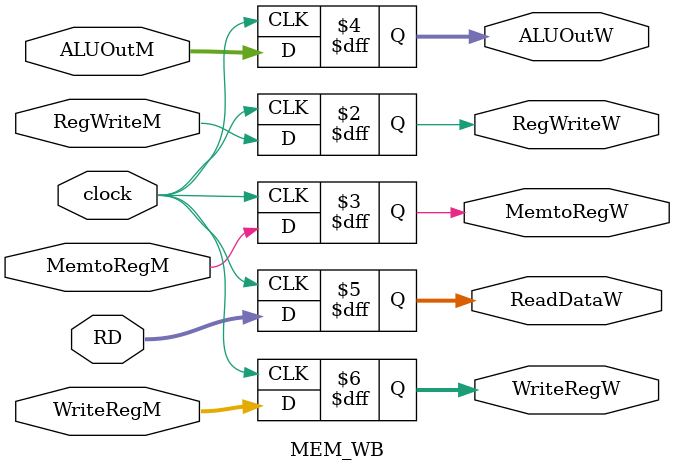
<source format=v>
module MEM_WB(
    input wire clock,

    input wire RegWriteM,
    input wire MemtoRegM,
    input wire [31:0] ALUOutM,
    input wire [31:0] RD,
    input wire [4:0] WriteRegM,

    output reg RegWriteW,
    output reg MemtoRegW,
    output reg [31:0] ALUOutW,
    output reg [31:0] ReadDataW,
    output reg [4:0] WriteRegW
);


    always @(posedge clock)
        begin
            RegWriteW <= RegWriteM;
            MemtoRegW <= MemtoRegM;
            ALUOutW <= ALUOutM;
            ReadDataW <= RD;
            WriteRegW <= WriteRegM;
        end


endmodule
</source>
